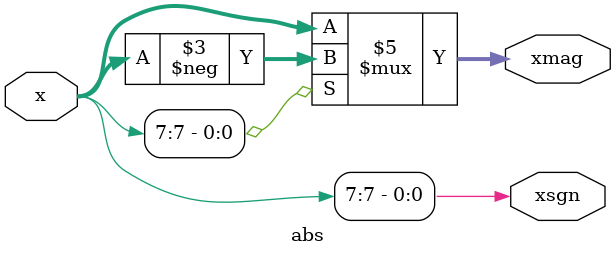
<source format=v>
module abs(x, xmag, xsgn);
parameter data_w = 8;

input [data_w-1:0] x;
output [data_w-1:0] xmag;
output xsgn;

reg [data_w-1:0] xmag;
reg xsgn;

always @(x) begin
xsgn<=x[data_w-1];
if(x[data_w-1]==1)
xmag<=-x;
else
xmag<=x;

end

endmodule

</source>
